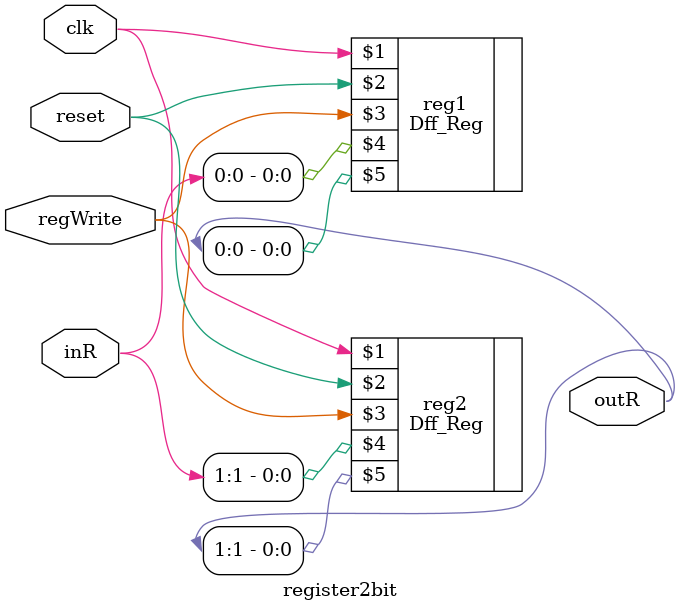
<source format=v>
/*##########################################################################################
Note: Please don’t upload the assignments, template file/solution and lab. manual on GitHub or others public repository. 
Kindly remove them, if you have uploaded the previous assignments. 
It violates the BITS’s Intellectual Property Rights (IPR).
*******************************************************************************************/
//The Dff_Reg will be used for making the pipeline registers

module register2bit(input clk, input reset, input regWrite, input [1:0] inR, output [1:0] outR);
    //WRITE YOUR CODE HERE, NO NEED TO DEFINE NEW VARIABLES
    Dff_Reg reg1(clk,reset,regWrite,inR[0],outR[0]);
    Dff_Reg reg2(clk,reset,regWrite,inR[1],outR[1]);

endmodule	 

</source>
